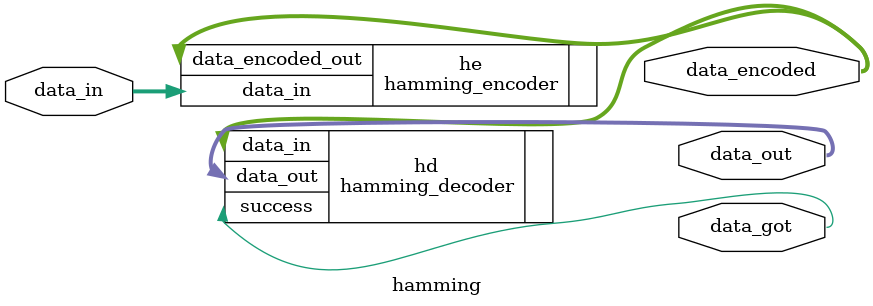
<source format=v>
`timescale 1ns / 1ps

module hamming (
input [3:0] data_in,
output [6:0] data_encoded,
output [6:0] data_out,
output data_got
);

hamming_encoder he(
.data_in(data_in),
.data_encoded_out(data_encoded)
);

hamming_decoder hd(
.data_in(data_encoded),
.data_out(data_out),
.success(data_got)
);

endmodule

</source>
